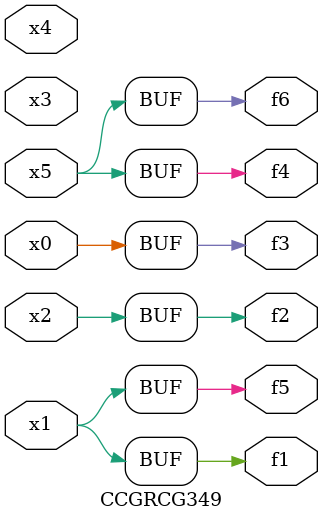
<source format=v>
module CCGRCG349(
	input x0, x1, x2, x3, x4, x5,
	output f1, f2, f3, f4, f5, f6
);
	assign f1 = x1;
	assign f2 = x2;
	assign f3 = x0;
	assign f4 = x5;
	assign f5 = x1;
	assign f6 = x5;
endmodule

</source>
